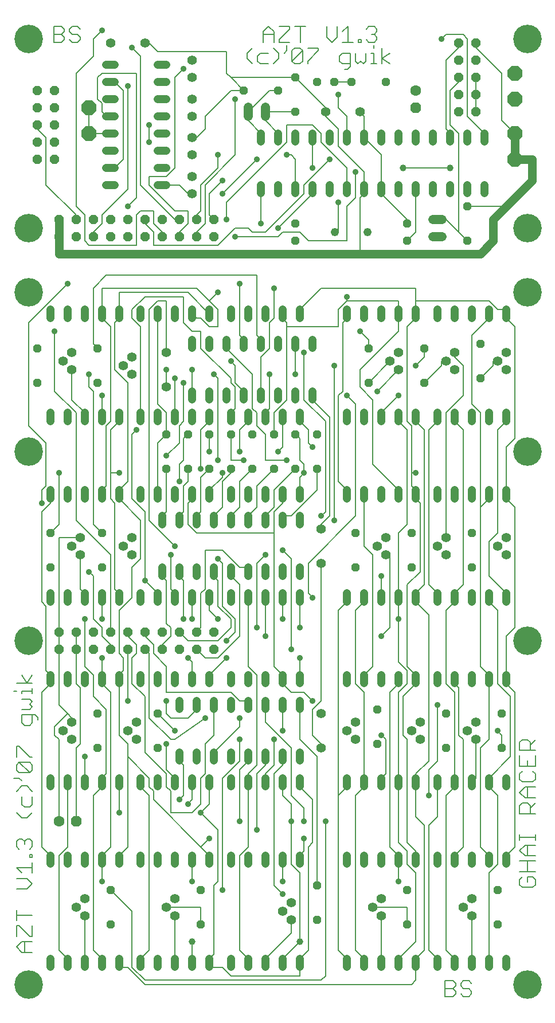
<source format=gbr>
G04 EAGLE Gerber RS-274X export*
G75*
%MOMM*%
%FSLAX34Y34*%
%LPD*%
%INTop Copper*%
%IPPOS*%
%AMOC8*
5,1,8,0,0,1.08239X$1,22.5*%
G01*
%ADD10C,0.203200*%
%ADD11C,1.219200*%
%ADD12P,1.319650X8X112.500000*%
%ADD13C,1.219200*%
%ADD14C,1.371600*%
%ADD15P,1.484606X8X292.500000*%
%ADD16P,2.336880X8X22.500000*%
%ADD17C,1.397000*%
%ADD18C,1.422400*%
%ADD19P,1.319650X8X22.500000*%
%ADD20P,1.319650X8X202.500000*%
%ADD21P,1.319650X8X292.500000*%
%ADD22P,1.732040X8X292.500000*%
%ADD23C,1.600200*%
%ADD24P,1.484606X8X22.500000*%
%ADD25P,1.732040X8X22.500000*%
%ADD26P,2.336880X8X112.500000*%
%ADD27C,0.914400*%
%ADD28C,1.006400*%
%ADD29C,4.216000*%
%ADD30C,1.270000*%


D10*
X633690Y7366D02*
X633690Y30754D01*
X645384Y30754D01*
X649282Y26856D01*
X649282Y22958D01*
X645384Y19060D01*
X649282Y15162D01*
X649282Y11264D01*
X645384Y7366D01*
X633690Y7366D01*
X633690Y19060D02*
X645384Y19060D01*
X668772Y30754D02*
X672670Y26856D01*
X668772Y30754D02*
X660976Y30754D01*
X657078Y26856D01*
X657078Y22958D01*
X660976Y19060D01*
X668772Y19060D01*
X672670Y15162D01*
X672670Y11264D01*
X668772Y7366D01*
X660976Y7366D01*
X657078Y11264D01*
X55840Y1417066D02*
X55840Y1440454D01*
X67534Y1440454D01*
X71432Y1436556D01*
X71432Y1432658D01*
X67534Y1428760D01*
X71432Y1424862D01*
X71432Y1420964D01*
X67534Y1417066D01*
X55840Y1417066D01*
X55840Y1428760D02*
X67534Y1428760D01*
X90922Y1440454D02*
X94820Y1436556D01*
X90922Y1440454D02*
X83126Y1440454D01*
X79228Y1436556D01*
X79228Y1432658D01*
X83126Y1428760D01*
X90922Y1428760D01*
X94820Y1424862D01*
X94820Y1420964D01*
X90922Y1417066D01*
X83126Y1417066D01*
X79228Y1420964D01*
X24384Y72880D02*
X8792Y72880D01*
X996Y80676D01*
X8792Y88472D01*
X24384Y88472D01*
X12690Y88472D02*
X12690Y72880D01*
X996Y96268D02*
X996Y111860D01*
X4894Y111860D01*
X20486Y96268D01*
X24384Y96268D01*
X24384Y111860D01*
X24384Y127452D02*
X996Y127452D01*
X996Y119656D02*
X996Y135248D01*
X996Y166432D02*
X16588Y166432D01*
X24384Y174228D01*
X16588Y182024D01*
X996Y182024D01*
X8792Y189820D02*
X996Y197616D01*
X24384Y197616D01*
X24384Y189820D02*
X24384Y205412D01*
X24384Y213208D02*
X20486Y213208D01*
X20486Y217106D01*
X24384Y217106D01*
X24384Y213208D01*
X4894Y224902D02*
X996Y228800D01*
X996Y236596D01*
X4894Y240494D01*
X8792Y240494D01*
X12690Y236596D01*
X12690Y232698D01*
X12690Y236596D02*
X16588Y240494D01*
X20486Y240494D01*
X24384Y236596D01*
X24384Y228800D01*
X20486Y224902D01*
X16588Y271678D02*
X24384Y279474D01*
X16588Y271678D02*
X8792Y271678D01*
X996Y279474D01*
X8792Y291168D02*
X8792Y302862D01*
X8792Y291168D02*
X12690Y287270D01*
X20486Y287270D01*
X24384Y291168D01*
X24384Y302862D01*
X24384Y310658D02*
X16588Y318454D01*
X8792Y318454D01*
X996Y310658D01*
X-2902Y330148D02*
X4894Y330148D01*
X8792Y326250D01*
X4894Y337944D02*
X20486Y337944D01*
X4894Y337944D02*
X996Y341842D01*
X996Y349638D01*
X4894Y353536D01*
X20486Y353536D01*
X24384Y349638D01*
X24384Y341842D01*
X20486Y337944D01*
X4894Y353536D01*
X996Y361332D02*
X996Y376924D01*
X4894Y376924D01*
X20486Y361332D01*
X24384Y361332D01*
X32180Y415904D02*
X32180Y419802D01*
X28282Y423700D01*
X8792Y423700D01*
X8792Y412006D01*
X12690Y408108D01*
X20486Y408108D01*
X24384Y412006D01*
X24384Y423700D01*
X20486Y431496D02*
X8792Y431496D01*
X20486Y431496D02*
X24384Y435394D01*
X20486Y439292D01*
X24384Y443190D01*
X20486Y447088D01*
X8792Y447088D01*
X8792Y454884D02*
X8792Y458782D01*
X24384Y458782D01*
X24384Y454884D02*
X24384Y462680D01*
X996Y458782D02*
X-2902Y458782D01*
X996Y470476D02*
X24384Y470476D01*
X16588Y470476D02*
X24384Y482170D01*
X16588Y470476D02*
X8792Y482170D01*
X365356Y1417066D02*
X365356Y1432658D01*
X373152Y1440454D01*
X380948Y1432658D01*
X380948Y1417066D01*
X380948Y1428760D02*
X365356Y1428760D01*
X388744Y1440454D02*
X404336Y1440454D01*
X404336Y1436556D01*
X388744Y1420964D01*
X388744Y1417066D01*
X404336Y1417066D01*
X419928Y1417066D02*
X419928Y1440454D01*
X412132Y1440454D02*
X427724Y1440454D01*
X458908Y1440454D02*
X458908Y1424862D01*
X466704Y1417066D01*
X474500Y1424862D01*
X474500Y1440454D01*
X482296Y1432658D02*
X490092Y1440454D01*
X490092Y1417066D01*
X482296Y1417066D02*
X497888Y1417066D01*
X505684Y1417066D02*
X505684Y1420964D01*
X509582Y1420964D01*
X509582Y1417066D01*
X505684Y1417066D01*
X517378Y1436556D02*
X521276Y1440454D01*
X529072Y1440454D01*
X532970Y1436556D01*
X532970Y1432658D01*
X529072Y1428760D01*
X525174Y1428760D01*
X529072Y1428760D02*
X532970Y1424862D01*
X532970Y1420964D01*
X529072Y1417066D01*
X521276Y1417066D01*
X517378Y1420964D01*
X349324Y1385316D02*
X341528Y1393112D01*
X341528Y1400908D01*
X349324Y1408704D01*
X361018Y1400908D02*
X372712Y1400908D01*
X361018Y1400908D02*
X357120Y1397010D01*
X357120Y1389214D01*
X361018Y1385316D01*
X372712Y1385316D01*
X380508Y1385316D02*
X388304Y1393112D01*
X388304Y1400908D01*
X380508Y1408704D01*
X399998Y1412602D02*
X399998Y1404806D01*
X396100Y1400908D01*
X407794Y1404806D02*
X407794Y1389214D01*
X407794Y1404806D02*
X411692Y1408704D01*
X419488Y1408704D01*
X423386Y1404806D01*
X423386Y1389214D01*
X419488Y1385316D01*
X411692Y1385316D01*
X407794Y1389214D01*
X423386Y1404806D01*
X431182Y1408704D02*
X446774Y1408704D01*
X446774Y1404806D01*
X431182Y1389214D01*
X431182Y1385316D01*
X485754Y1377520D02*
X489652Y1377520D01*
X493550Y1381418D01*
X493550Y1400908D01*
X481856Y1400908D01*
X477958Y1397010D01*
X477958Y1389214D01*
X481856Y1385316D01*
X493550Y1385316D01*
X501346Y1389214D02*
X501346Y1400908D01*
X501346Y1389214D02*
X505244Y1385316D01*
X509142Y1389214D01*
X513040Y1385316D01*
X516938Y1389214D01*
X516938Y1400908D01*
X524734Y1400908D02*
X528632Y1400908D01*
X528632Y1385316D01*
X524734Y1385316D02*
X532530Y1385316D01*
X528632Y1408704D02*
X528632Y1412602D01*
X540326Y1408704D02*
X540326Y1385316D01*
X540326Y1393112D02*
X552020Y1385316D01*
X540326Y1393112D02*
X552020Y1400908D01*
X747844Y184224D02*
X743946Y180326D01*
X743946Y172530D01*
X747844Y168632D01*
X763436Y168632D01*
X767334Y172530D01*
X767334Y180326D01*
X763436Y184224D01*
X755640Y184224D01*
X755640Y176428D01*
X767334Y192020D02*
X743946Y192020D01*
X755640Y192020D02*
X755640Y207612D01*
X743946Y207612D02*
X767334Y207612D01*
X767334Y215408D02*
X751742Y215408D01*
X743946Y223204D01*
X751742Y231000D01*
X767334Y231000D01*
X755640Y231000D02*
X755640Y215408D01*
X767334Y238796D02*
X767334Y246592D01*
X767334Y242694D02*
X743946Y242694D01*
X743946Y238796D02*
X743946Y246592D01*
X743946Y277776D02*
X767334Y277776D01*
X743946Y277776D02*
X743946Y289470D01*
X747844Y293368D01*
X755640Y293368D01*
X759538Y289470D01*
X759538Y277776D01*
X759538Y285572D02*
X767334Y293368D01*
X767334Y301164D02*
X751742Y301164D01*
X743946Y308960D01*
X751742Y316756D01*
X767334Y316756D01*
X755640Y316756D02*
X755640Y301164D01*
X743946Y336246D02*
X747844Y340144D01*
X743946Y336246D02*
X743946Y328450D01*
X747844Y324552D01*
X763436Y324552D01*
X767334Y328450D01*
X767334Y336246D01*
X763436Y340144D01*
X743946Y347940D02*
X743946Y363532D01*
X743946Y347940D02*
X767334Y347940D01*
X767334Y363532D01*
X755640Y355736D02*
X755640Y347940D01*
X767334Y371328D02*
X743946Y371328D01*
X743946Y383022D01*
X747844Y386920D01*
X755640Y386920D01*
X759538Y383022D01*
X759538Y371328D01*
X759538Y379124D02*
X767334Y386920D01*
D11*
X361950Y1194054D02*
X361950Y1206246D01*
X387350Y1206246D02*
X387350Y1194054D01*
X412750Y1194054D02*
X412750Y1206246D01*
X438150Y1206246D02*
X438150Y1194054D01*
X463550Y1194054D02*
X463550Y1206246D01*
X488950Y1206246D02*
X488950Y1194054D01*
X514350Y1194054D02*
X514350Y1206246D01*
X539750Y1206246D02*
X539750Y1194054D01*
X565150Y1194054D02*
X565150Y1206246D01*
X590550Y1206246D02*
X590550Y1194054D01*
X615950Y1194054D02*
X615950Y1206246D01*
X641350Y1206246D02*
X641350Y1194054D01*
X666750Y1194054D02*
X666750Y1206246D01*
X692150Y1206246D02*
X692150Y1194054D01*
X692150Y1270254D02*
X692150Y1282446D01*
X666750Y1282446D02*
X666750Y1270254D01*
X641350Y1270254D02*
X641350Y1282446D01*
X615950Y1282446D02*
X615950Y1270254D01*
X590550Y1270254D02*
X590550Y1282446D01*
X565150Y1282446D02*
X565150Y1270254D01*
X539750Y1270254D02*
X539750Y1282446D01*
X514350Y1282446D02*
X514350Y1270254D01*
X488950Y1270254D02*
X488950Y1282446D01*
X463550Y1282446D02*
X463550Y1270254D01*
X438150Y1270254D02*
X438150Y1282446D01*
X412750Y1282446D02*
X412750Y1270254D01*
X387350Y1270254D02*
X387350Y1282446D01*
X361950Y1282446D02*
X361950Y1270254D01*
D12*
X412750Y1123950D03*
X412750Y1149350D03*
X577850Y1123950D03*
X577850Y1149350D03*
D13*
X519430Y1136650D03*
X471170Y1136650D03*
D11*
X221996Y1206500D02*
X209804Y1206500D01*
X209804Y1231900D02*
X221996Y1231900D01*
X221996Y1358900D02*
X209804Y1358900D01*
X209804Y1384300D02*
X221996Y1384300D01*
X221996Y1257300D02*
X209804Y1257300D01*
X209804Y1282700D02*
X221996Y1282700D01*
X221996Y1333500D02*
X209804Y1333500D01*
X209804Y1308100D02*
X221996Y1308100D01*
X145796Y1384300D02*
X133604Y1384300D01*
X133604Y1358900D02*
X145796Y1358900D01*
X145796Y1333500D02*
X133604Y1333500D01*
X133604Y1308100D02*
X145796Y1308100D01*
X145796Y1282700D02*
X133604Y1282700D01*
X133604Y1257300D02*
X145796Y1257300D01*
X145796Y1231900D02*
X133604Y1231900D01*
X133604Y1206500D02*
X145796Y1206500D01*
D12*
X666750Y1123950D03*
X666750Y1174750D03*
D14*
X629158Y1155700D02*
X615442Y1155700D01*
X615442Y1130300D02*
X629158Y1130300D01*
D15*
X31750Y1346200D03*
X57150Y1346200D03*
X31750Y1320800D03*
X57150Y1320800D03*
X31750Y1295400D03*
X57150Y1295400D03*
X31750Y1270000D03*
X57150Y1270000D03*
X31750Y1244600D03*
X57150Y1244600D03*
D16*
X736600Y1244600D03*
X736600Y1333500D03*
D11*
X438150Y977646D02*
X438150Y965454D01*
X412750Y965454D02*
X412750Y977646D01*
X285750Y977646D02*
X285750Y965454D01*
X260350Y965454D02*
X260350Y977646D01*
X387350Y977646D02*
X387350Y965454D01*
X361950Y965454D02*
X361950Y977646D01*
X311150Y977646D02*
X311150Y965454D01*
X336550Y965454D02*
X336550Y977646D01*
X260350Y901446D02*
X260350Y889254D01*
X285750Y889254D02*
X285750Y901446D01*
X311150Y901446D02*
X311150Y889254D01*
X336550Y889254D02*
X336550Y901446D01*
X361950Y901446D02*
X361950Y889254D01*
X387350Y889254D02*
X387350Y901446D01*
X412750Y901446D02*
X412750Y889254D01*
X438150Y889254D02*
X438150Y901446D01*
X241300Y368046D02*
X241300Y355854D01*
X266700Y355854D02*
X266700Y368046D01*
X393700Y368046D02*
X393700Y355854D01*
X419100Y355854D02*
X419100Y368046D01*
X292100Y368046D02*
X292100Y355854D01*
X317500Y355854D02*
X317500Y368046D01*
X368300Y368046D02*
X368300Y355854D01*
X342900Y355854D02*
X342900Y368046D01*
X419100Y432054D02*
X419100Y444246D01*
X393700Y444246D02*
X393700Y432054D01*
X368300Y432054D02*
X368300Y444246D01*
X342900Y444246D02*
X342900Y432054D01*
X317500Y432054D02*
X317500Y444246D01*
X292100Y444246D02*
X292100Y432054D01*
X266700Y432054D02*
X266700Y444246D01*
X241300Y444246D02*
X241300Y432054D01*
X215900Y628904D02*
X215900Y641096D01*
X241300Y641096D02*
X241300Y628904D01*
X368300Y628904D02*
X368300Y641096D01*
X393700Y641096D02*
X393700Y628904D01*
X266700Y628904D02*
X266700Y641096D01*
X292100Y641096D02*
X292100Y628904D01*
X342900Y628904D02*
X342900Y641096D01*
X317500Y641096D02*
X317500Y628904D01*
X419100Y628904D02*
X419100Y641096D01*
X419100Y705104D02*
X419100Y717296D01*
X393700Y717296D02*
X393700Y705104D01*
X368300Y705104D02*
X368300Y717296D01*
X342900Y717296D02*
X342900Y705104D01*
X317500Y705104D02*
X317500Y717296D01*
X292100Y717296D02*
X292100Y705104D01*
X266700Y705104D02*
X266700Y717296D01*
X241300Y717296D02*
X241300Y705104D01*
X215900Y705104D02*
X215900Y717296D01*
D17*
X723900Y933450D03*
X711200Y946150D03*
X723900Y958850D03*
X171450Y927100D03*
X158750Y939800D03*
X171450Y952500D03*
X565150Y933450D03*
X552450Y946150D03*
X565150Y958850D03*
X596900Y387350D03*
X584200Y400050D03*
X596900Y412750D03*
X95250Y660400D03*
X82550Y673100D03*
X95250Y685800D03*
X546100Y660400D03*
X533400Y673100D03*
X546100Y685800D03*
X101600Y127000D03*
X88900Y139700D03*
X101600Y152400D03*
X539750Y127000D03*
X527050Y139700D03*
X539750Y152400D03*
X406400Y120650D03*
X393700Y133350D03*
X406400Y146050D03*
X234950Y127000D03*
X222250Y139700D03*
X234950Y152400D03*
X673100Y127000D03*
X660400Y139700D03*
X673100Y152400D03*
X171450Y660400D03*
X158750Y673100D03*
X171450Y685800D03*
X679450Y387350D03*
X666750Y400050D03*
X679450Y412750D03*
X82550Y387350D03*
X69850Y400050D03*
X82550Y412750D03*
X501650Y387350D03*
X488950Y400050D03*
X501650Y412750D03*
X647700Y933450D03*
X635000Y946150D03*
X647700Y958850D03*
X177800Y387350D03*
X165100Y400050D03*
X177800Y412750D03*
X635000Y660400D03*
X622300Y673100D03*
X635000Y685800D03*
X723900Y660400D03*
X711200Y673100D03*
X723900Y685800D03*
X82550Y933450D03*
X69850Y946150D03*
X82550Y958850D03*
D18*
X222250Y958850D03*
X222250Y908050D03*
X450850Y374650D03*
X450850Y425450D03*
X450850Y647700D03*
X450850Y698500D03*
X139700Y1416050D03*
X190500Y1416050D03*
D17*
X260350Y1193800D03*
X260350Y1219200D03*
X260350Y1308100D03*
X260350Y1333500D03*
X260350Y1250950D03*
X260350Y1276350D03*
X260350Y1390650D03*
X260350Y1365250D03*
D14*
X368300Y1321308D02*
X368300Y1307592D01*
X342900Y1307592D02*
X342900Y1321308D01*
D12*
X222250Y787400D03*
X222250Y838200D03*
X254000Y787400D03*
X254000Y838200D03*
X285750Y787400D03*
X285750Y838200D03*
X317500Y787400D03*
X317500Y838200D03*
X349250Y787400D03*
X349250Y838200D03*
X381000Y787400D03*
X381000Y838200D03*
X412750Y787400D03*
X412750Y838200D03*
X444500Y787400D03*
X444500Y838200D03*
D18*
X508000Y1314450D03*
X457200Y1314450D03*
D19*
X495300Y1358900D03*
X546100Y1358900D03*
D20*
X469900Y1358900D03*
X444500Y1358900D03*
D11*
X419100Y869696D02*
X419100Y857504D01*
X393700Y857504D02*
X393700Y869696D01*
X368300Y869696D02*
X368300Y857504D01*
X342900Y857504D02*
X342900Y869696D01*
X317500Y869696D02*
X317500Y857504D01*
X317500Y1009904D02*
X317500Y1022096D01*
X342900Y1022096D02*
X342900Y1009904D01*
X368300Y1009904D02*
X368300Y1022096D01*
X393700Y1022096D02*
X393700Y1009904D01*
X419100Y1009904D02*
X419100Y1022096D01*
X285750Y869696D02*
X285750Y857504D01*
X260350Y857504D02*
X260350Y869696D01*
X234950Y869696D02*
X234950Y857504D01*
X209550Y857504D02*
X209550Y869696D01*
X184150Y869696D02*
X184150Y857504D01*
X184150Y1009904D02*
X184150Y1022096D01*
X209550Y1022096D02*
X209550Y1009904D01*
X234950Y1009904D02*
X234950Y1022096D01*
X260350Y1022096D02*
X260350Y1009904D01*
X285750Y1009904D02*
X285750Y1022096D01*
X152400Y869696D02*
X152400Y857504D01*
X127000Y857504D02*
X127000Y869696D01*
X101600Y869696D02*
X101600Y857504D01*
X76200Y857504D02*
X76200Y869696D01*
X50800Y869696D02*
X50800Y857504D01*
X50800Y1009904D02*
X50800Y1022096D01*
X76200Y1022096D02*
X76200Y1009904D01*
X101600Y1009904D02*
X101600Y1022096D01*
X127000Y1022096D02*
X127000Y1009904D01*
X152400Y1009904D02*
X152400Y1022096D01*
X723900Y869696D02*
X723900Y857504D01*
X698500Y857504D02*
X698500Y869696D01*
X673100Y869696D02*
X673100Y857504D01*
X647700Y857504D02*
X647700Y869696D01*
X622300Y869696D02*
X622300Y857504D01*
X622300Y1009904D02*
X622300Y1022096D01*
X647700Y1022096D02*
X647700Y1009904D01*
X673100Y1009904D02*
X673100Y1022096D01*
X698500Y1022096D02*
X698500Y1009904D01*
X723900Y1009904D02*
X723900Y1022096D01*
X590550Y869696D02*
X590550Y857504D01*
X565150Y857504D02*
X565150Y869696D01*
X539750Y869696D02*
X539750Y857504D01*
X514350Y857504D02*
X514350Y869696D01*
X488950Y869696D02*
X488950Y857504D01*
X488950Y1009904D02*
X488950Y1022096D01*
X514350Y1022096D02*
X514350Y1009904D01*
X539750Y1009904D02*
X539750Y1022096D01*
X565150Y1022096D02*
X565150Y1009904D01*
X590550Y1009904D02*
X590550Y1022096D01*
X723900Y602996D02*
X723900Y590804D01*
X698500Y590804D02*
X698500Y602996D01*
X673100Y602996D02*
X673100Y590804D01*
X647700Y590804D02*
X647700Y602996D01*
X622300Y602996D02*
X622300Y590804D01*
X622300Y743204D02*
X622300Y755396D01*
X647700Y755396D02*
X647700Y743204D01*
X673100Y743204D02*
X673100Y755396D01*
X698500Y755396D02*
X698500Y743204D01*
X723900Y743204D02*
X723900Y755396D01*
X419100Y602996D02*
X419100Y590804D01*
X393700Y590804D02*
X393700Y602996D01*
X368300Y602996D02*
X368300Y590804D01*
X342900Y590804D02*
X342900Y602996D01*
X317500Y602996D02*
X317500Y590804D01*
X317500Y743204D02*
X317500Y755396D01*
X342900Y755396D02*
X342900Y743204D01*
X368300Y743204D02*
X368300Y755396D01*
X393700Y755396D02*
X393700Y743204D01*
X419100Y743204D02*
X419100Y755396D01*
X285750Y602996D02*
X285750Y590804D01*
X260350Y590804D02*
X260350Y602996D01*
X234950Y602996D02*
X234950Y590804D01*
X209550Y590804D02*
X209550Y602996D01*
X184150Y602996D02*
X184150Y590804D01*
X184150Y743204D02*
X184150Y755396D01*
X209550Y755396D02*
X209550Y743204D01*
X234950Y743204D02*
X234950Y755396D01*
X260350Y755396D02*
X260350Y743204D01*
X285750Y743204D02*
X285750Y755396D01*
X590550Y602996D02*
X590550Y590804D01*
X565150Y590804D02*
X565150Y602996D01*
X539750Y602996D02*
X539750Y590804D01*
X514350Y590804D02*
X514350Y602996D01*
X488950Y602996D02*
X488950Y590804D01*
X488950Y743204D02*
X488950Y755396D01*
X514350Y755396D02*
X514350Y743204D01*
X539750Y743204D02*
X539750Y755396D01*
X565150Y755396D02*
X565150Y743204D01*
X590550Y743204D02*
X590550Y755396D01*
X152400Y602996D02*
X152400Y590804D01*
X127000Y590804D02*
X127000Y602996D01*
X101600Y602996D02*
X101600Y590804D01*
X76200Y590804D02*
X76200Y602996D01*
X50800Y602996D02*
X50800Y590804D01*
X50800Y743204D02*
X50800Y755396D01*
X76200Y755396D02*
X76200Y743204D01*
X101600Y743204D02*
X101600Y755396D01*
X127000Y755396D02*
X127000Y743204D01*
X152400Y743204D02*
X152400Y755396D01*
X723900Y329946D02*
X723900Y317754D01*
X698500Y317754D02*
X698500Y329946D01*
X673100Y329946D02*
X673100Y317754D01*
X647700Y317754D02*
X647700Y329946D01*
X622300Y329946D02*
X622300Y317754D01*
X622300Y470154D02*
X622300Y482346D01*
X647700Y482346D02*
X647700Y470154D01*
X673100Y470154D02*
X673100Y482346D01*
X698500Y482346D02*
X698500Y470154D01*
X723900Y470154D02*
X723900Y482346D01*
X590550Y329946D02*
X590550Y317754D01*
X565150Y317754D02*
X565150Y329946D01*
X539750Y329946D02*
X539750Y317754D01*
X514350Y317754D02*
X514350Y329946D01*
X488950Y329946D02*
X488950Y317754D01*
X488950Y470154D02*
X488950Y482346D01*
X514350Y482346D02*
X514350Y470154D01*
X539750Y470154D02*
X539750Y482346D01*
X565150Y482346D02*
X565150Y470154D01*
X590550Y470154D02*
X590550Y482346D01*
X419100Y329946D02*
X419100Y317754D01*
X393700Y317754D02*
X393700Y329946D01*
X368300Y329946D02*
X368300Y317754D01*
X342900Y317754D02*
X342900Y329946D01*
X317500Y329946D02*
X317500Y317754D01*
X317500Y470154D02*
X317500Y482346D01*
X342900Y482346D02*
X342900Y470154D01*
X368300Y470154D02*
X368300Y482346D01*
X393700Y482346D02*
X393700Y470154D01*
X419100Y470154D02*
X419100Y482346D01*
X285750Y329946D02*
X285750Y317754D01*
X260350Y317754D02*
X260350Y329946D01*
X234950Y329946D02*
X234950Y317754D01*
X209550Y317754D02*
X209550Y329946D01*
X184150Y329946D02*
X184150Y317754D01*
X184150Y470154D02*
X184150Y482346D01*
X209550Y482346D02*
X209550Y470154D01*
X234950Y470154D02*
X234950Y482346D01*
X260350Y482346D02*
X260350Y470154D01*
X285750Y470154D02*
X285750Y482346D01*
X152400Y329946D02*
X152400Y317754D01*
X127000Y317754D02*
X127000Y329946D01*
X101600Y329946D02*
X101600Y317754D01*
X76200Y317754D02*
X76200Y329946D01*
X50800Y329946D02*
X50800Y317754D01*
X50800Y470154D02*
X50800Y482346D01*
X76200Y482346D02*
X76200Y470154D01*
X101600Y470154D02*
X101600Y482346D01*
X127000Y482346D02*
X127000Y470154D01*
X152400Y470154D02*
X152400Y482346D01*
X723900Y63246D02*
X723900Y51054D01*
X698500Y51054D02*
X698500Y63246D01*
X673100Y63246D02*
X673100Y51054D01*
X647700Y51054D02*
X647700Y63246D01*
X622300Y63246D02*
X622300Y51054D01*
X622300Y203454D02*
X622300Y215646D01*
X647700Y215646D02*
X647700Y203454D01*
X673100Y203454D02*
X673100Y215646D01*
X698500Y215646D02*
X698500Y203454D01*
X723900Y203454D02*
X723900Y215646D01*
X590550Y63246D02*
X590550Y51054D01*
X565150Y51054D02*
X565150Y63246D01*
X539750Y63246D02*
X539750Y51054D01*
X514350Y51054D02*
X514350Y63246D01*
X488950Y63246D02*
X488950Y51054D01*
X488950Y203454D02*
X488950Y215646D01*
X514350Y215646D02*
X514350Y203454D01*
X539750Y203454D02*
X539750Y215646D01*
X565150Y215646D02*
X565150Y203454D01*
X590550Y203454D02*
X590550Y215646D01*
X419100Y63246D02*
X419100Y51054D01*
X393700Y51054D02*
X393700Y63246D01*
X368300Y63246D02*
X368300Y51054D01*
X342900Y51054D02*
X342900Y63246D01*
X317500Y63246D02*
X317500Y51054D01*
X317500Y203454D02*
X317500Y215646D01*
X342900Y215646D02*
X342900Y203454D01*
X368300Y203454D02*
X368300Y215646D01*
X393700Y215646D02*
X393700Y203454D01*
X419100Y203454D02*
X419100Y215646D01*
X285750Y63246D02*
X285750Y51054D01*
X260350Y51054D02*
X260350Y63246D01*
X234950Y63246D02*
X234950Y51054D01*
X209550Y51054D02*
X209550Y63246D01*
X184150Y63246D02*
X184150Y51054D01*
X184150Y203454D02*
X184150Y215646D01*
X209550Y215646D02*
X209550Y203454D01*
X234950Y203454D02*
X234950Y215646D01*
X260350Y215646D02*
X260350Y203454D01*
X285750Y203454D02*
X285750Y215646D01*
X152400Y63246D02*
X152400Y51054D01*
X127000Y51054D02*
X127000Y63246D01*
X101600Y63246D02*
X101600Y51054D01*
X76200Y51054D02*
X76200Y63246D01*
X50800Y63246D02*
X50800Y51054D01*
X50800Y203454D02*
X50800Y215646D01*
X76200Y215646D02*
X76200Y203454D01*
X101600Y203454D02*
X101600Y215646D01*
X127000Y215646D02*
X127000Y203454D01*
X152400Y203454D02*
X152400Y215646D01*
D21*
X685800Y971550D03*
X685800Y920750D03*
X603250Y965200D03*
X603250Y914400D03*
X520700Y965200D03*
X520700Y914400D03*
X120650Y965200D03*
X120650Y914400D03*
X31750Y965200D03*
X31750Y914400D03*
X673100Y692150D03*
X673100Y641350D03*
X584200Y692150D03*
X584200Y641350D03*
X501650Y692150D03*
X501650Y641350D03*
X127000Y692150D03*
X127000Y641350D03*
X50800Y692150D03*
X50800Y641350D03*
X717550Y425450D03*
X717550Y374650D03*
X635000Y425450D03*
X635000Y374650D03*
X533400Y431800D03*
X533400Y381000D03*
X209550Y425450D03*
X209550Y374650D03*
X120650Y425450D03*
X120650Y374650D03*
X711200Y165100D03*
X711200Y114300D03*
X577850Y165100D03*
X577850Y114300D03*
X444500Y171450D03*
X444500Y120650D03*
X273050Y165100D03*
X273050Y114300D03*
X139700Y165100D03*
X139700Y114300D03*
D16*
X736600Y1282700D03*
X736600Y1371600D03*
D20*
X387350Y1346200D03*
X336550Y1346200D03*
D12*
X412750Y1314450D03*
X412750Y1365250D03*
D22*
X590550Y1320800D03*
D23*
X590550Y1346200D03*
D24*
X63500Y1130300D03*
X63500Y1155700D03*
X88900Y1130300D03*
X88900Y1155700D03*
X114300Y1130300D03*
X114300Y1155700D03*
X139700Y1130300D03*
X139700Y1155700D03*
X165100Y1130300D03*
X165100Y1155700D03*
X190500Y1130300D03*
X190500Y1155700D03*
X215900Y1130300D03*
X215900Y1155700D03*
X241300Y1130300D03*
X241300Y1155700D03*
X266700Y1130300D03*
X266700Y1155700D03*
X292100Y1130300D03*
X292100Y1155700D03*
X63500Y520700D03*
X63500Y546100D03*
X88900Y520700D03*
X88900Y546100D03*
X114300Y520700D03*
X114300Y546100D03*
X139700Y520700D03*
X139700Y546100D03*
X165100Y520700D03*
X165100Y546100D03*
X190500Y520700D03*
X190500Y546100D03*
X215900Y520700D03*
X215900Y546100D03*
X241300Y520700D03*
X241300Y546100D03*
X266700Y520700D03*
X266700Y546100D03*
X292100Y520700D03*
X292100Y546100D03*
D25*
X88900Y266700D03*
D23*
X63500Y266700D03*
D26*
X107950Y1282700D03*
X107950Y1320800D03*
D15*
X654050Y1416050D03*
X679450Y1416050D03*
X654050Y1390650D03*
X679450Y1390650D03*
X654050Y1365250D03*
X679450Y1365250D03*
X654050Y1339850D03*
X679450Y1339850D03*
X654050Y1314450D03*
X679450Y1314450D03*
D10*
X361950Y1200150D02*
X361950Y1149350D01*
X635000Y1155700D02*
X654050Y1136650D01*
X666750Y1123950D01*
X635000Y1155700D02*
X622300Y1155700D01*
X641350Y1346200D02*
X654050Y1358900D01*
X641350Y1346200D02*
X641350Y1295400D01*
X654050Y1282700D01*
X654050Y1136650D01*
X654050Y1358900D02*
X654050Y1365250D01*
D27*
X361950Y1149350D03*
D10*
X577850Y1123950D02*
X590550Y1136650D01*
X590550Y1200150D01*
X476250Y1181100D02*
X476250Y1136650D01*
X471170Y1136650D01*
D27*
X476250Y1181100D03*
D10*
X387350Y1282700D02*
X368300Y1301750D01*
X387350Y1282700D02*
X387350Y1276350D01*
X368300Y1301750D02*
X368300Y1314450D01*
X412750Y1314450D01*
X361950Y1282700D02*
X342900Y1301750D01*
X361950Y1282700D02*
X361950Y1276350D01*
X342900Y1301750D02*
X342900Y1314450D01*
X374650Y1346200D02*
X387350Y1346200D01*
X374650Y1346200D02*
X342900Y1314450D01*
X241300Y1206500D02*
X254000Y1193800D01*
X260350Y1193800D01*
X241300Y1206500D02*
X215900Y1206500D01*
X139700Y1282700D02*
X107950Y1282700D01*
X107950Y1320800D01*
X196850Y1295400D02*
X196850Y1270000D01*
X400050Y1250950D02*
X406400Y1250950D01*
X412750Y1244600D01*
X412750Y1200150D01*
D27*
X196850Y1295400D03*
X196850Y1270000D03*
X400050Y1250950D03*
D10*
X133350Y1308100D02*
X127000Y1314450D01*
X127000Y1327150D01*
X120650Y1333500D01*
X120650Y1365250D01*
X127000Y1371600D01*
X177800Y1371600D01*
X177800Y1187450D01*
X165100Y1174750D01*
X139700Y1308100D02*
X133350Y1308100D01*
D27*
X165100Y1174750D03*
D10*
X114300Y1422400D02*
X127000Y1435100D01*
X114300Y1422400D02*
X114300Y1397000D01*
X88900Y1371600D01*
X88900Y1174750D01*
X101600Y1162050D01*
X101600Y1123950D01*
X107950Y1117600D01*
X177800Y1117600D01*
X177800Y1162050D01*
X184150Y1168400D01*
X203200Y1168400D01*
X203200Y1149350D01*
X215900Y1136650D01*
X215900Y1130300D01*
D27*
X127000Y1435100D03*
D10*
X666750Y1308100D02*
X692150Y1282700D01*
X628650Y1422400D02*
X635000Y1428750D01*
X660400Y1428750D01*
X666750Y1422400D01*
X666750Y1308100D01*
X692150Y1282700D02*
X692150Y1276350D01*
D27*
X628650Y1422400D03*
D10*
X247650Y1377950D02*
X234950Y1365250D01*
X234950Y1231900D01*
X222250Y1219200D01*
X196850Y1219200D01*
X196850Y1206500D01*
X234950Y1168400D01*
X254000Y1168400D01*
X254000Y1149350D01*
X241300Y1136650D01*
X241300Y1130300D01*
D27*
X247650Y1377950D03*
D10*
X635000Y1289050D02*
X641350Y1282700D01*
X635000Y1289050D02*
X635000Y1390650D01*
X654050Y1409700D01*
X641350Y1282700D02*
X641350Y1276350D01*
X654050Y1409700D02*
X654050Y1416050D01*
X234950Y1155700D02*
X184150Y1206500D01*
X184150Y1397000D01*
X171450Y1409700D01*
X234950Y1155700D02*
X241300Y1155700D01*
D27*
X171450Y1409700D03*
D10*
X279400Y1149350D02*
X266700Y1136650D01*
X279400Y1149350D02*
X279400Y1206500D01*
X323850Y1250950D01*
X323850Y1333500D01*
X266700Y1136650D02*
X266700Y1130300D01*
D27*
X323850Y1333500D03*
D10*
X273050Y1168400D02*
X266700Y1162050D01*
X273050Y1168400D02*
X273050Y1206500D01*
X298450Y1231900D01*
X298450Y1250950D01*
X266700Y1162050D02*
X266700Y1155700D01*
D27*
X298450Y1250950D03*
D10*
X488950Y1174750D02*
X501650Y1187450D01*
X501650Y1225550D01*
X488950Y1174750D02*
X488950Y1123950D01*
X431800Y1123950D01*
X419100Y1136650D01*
X393700Y1136650D01*
X387350Y1130300D01*
X323850Y1130300D01*
D27*
X501650Y1225550D03*
X323850Y1130300D03*
D10*
X571500Y1231900D02*
X641350Y1231900D01*
X304800Y1212850D02*
X285750Y1193800D01*
X285750Y1162050D01*
X292100Y1155700D01*
D27*
X304800Y1212850D03*
D28*
X571500Y1231900D03*
X641350Y1231900D03*
D10*
X488950Y1308100D02*
X476250Y1320800D01*
X476250Y1339850D01*
X165100Y1352550D02*
X165100Y1200150D01*
X127000Y1162050D01*
X127000Y1149350D01*
X114300Y1136650D01*
X488950Y1276350D02*
X488950Y1308100D01*
X114300Y1136650D02*
X114300Y1130300D01*
D27*
X476250Y1339850D03*
X165100Y1352550D03*
D10*
X438150Y1276350D02*
X438150Y1231900D01*
D27*
X438150Y1231900D03*
D10*
X355600Y1244600D02*
X304800Y1193800D01*
D27*
X355600Y1244600D03*
X304800Y1193800D03*
D10*
X387350Y1143000D02*
X438150Y1193800D01*
X438150Y1200150D01*
D27*
X387350Y1143000D03*
D10*
X488950Y1231900D02*
X450850Y1270000D01*
X450850Y1282700D01*
X438150Y1295400D01*
X400050Y1295400D01*
X400050Y1270000D01*
X311150Y1181100D01*
X311150Y1155700D01*
X488950Y1200150D02*
X488950Y1231900D01*
D27*
X311150Y1155700D03*
D10*
X425450Y1206500D02*
X463550Y1244600D01*
X425450Y1206500D02*
X425450Y1193800D01*
X368300Y1136650D01*
X342900Y1143000D02*
X336550Y1143000D01*
X342900Y1143000D02*
X349250Y1136650D01*
X368300Y1136650D01*
X336550Y1143000D02*
X323850Y1143000D01*
X298450Y1117600D01*
X203200Y1117600D01*
X203200Y1136650D01*
X190500Y1149350D01*
X190500Y1155700D01*
D27*
X463550Y1244600D03*
D10*
X565150Y895350D02*
X539750Y869950D01*
X539750Y863600D01*
D27*
X565150Y895350D03*
D10*
X374650Y876300D02*
X368300Y869950D01*
X374650Y876300D02*
X374650Y927100D01*
X533400Y901700D02*
X565150Y933450D01*
X368300Y869950D02*
X368300Y863600D01*
D27*
X374650Y927100D03*
X533400Y901700D03*
D10*
X234950Y920750D02*
X234950Y863600D01*
D27*
X234950Y920750D03*
D10*
X101600Y869950D02*
X82550Y889000D01*
X101600Y869950D02*
X101600Y863600D01*
X82550Y889000D02*
X82550Y933450D01*
X539750Y628650D02*
X539750Y596900D01*
D27*
X539750Y628650D03*
D10*
X552450Y552450D02*
X539750Y539750D01*
X552450Y552450D02*
X552450Y660400D01*
X368300Y596900D02*
X368300Y539750D01*
X546100Y660400D02*
X552450Y660400D01*
D27*
X368300Y539750D03*
X539750Y539750D03*
D10*
X234950Y603250D02*
X228600Y609600D01*
X228600Y660400D01*
X234950Y603250D02*
X234950Y596900D01*
D27*
X228600Y660400D03*
D10*
X101600Y603250D02*
X95250Y609600D01*
X101600Y603250D02*
X101600Y596900D01*
X95250Y609600D02*
X95250Y660400D01*
X673100Y323850D02*
X679450Y330200D01*
X679450Y387350D01*
X546100Y336550D02*
X539750Y330200D01*
X546100Y336550D02*
X546100Y387350D01*
X539750Y393700D01*
X539750Y330200D02*
X539750Y323850D01*
D27*
X539750Y393700D03*
D10*
X381000Y349250D02*
X368300Y336550D01*
X381000Y349250D02*
X381000Y387350D01*
X368300Y336550D02*
X368300Y323850D01*
D27*
X381000Y387350D03*
D10*
X234950Y330200D02*
X222250Y342900D01*
X222250Y381000D01*
X234950Y330200D02*
X234950Y323850D01*
D27*
X222250Y381000D03*
D10*
X101600Y361950D02*
X101600Y323850D01*
D27*
X101600Y361950D03*
D10*
X673100Y127000D02*
X673100Y57150D01*
X539750Y57150D02*
X539750Y127000D01*
X406400Y101600D02*
X368300Y63500D01*
X368300Y57150D01*
X406400Y101600D02*
X406400Y120650D01*
X234950Y127000D02*
X234950Y57150D01*
X101600Y57150D02*
X101600Y127000D01*
X146050Y1231900D02*
X158750Y1244600D01*
X158750Y1346200D01*
X146050Y1358900D01*
X146050Y1231900D02*
X139700Y1231900D01*
X139700Y1358900D02*
X146050Y1358900D01*
X508000Y1314450D02*
X514350Y1308100D01*
X514350Y1276350D01*
X679450Y1314450D02*
X679450Y1339850D01*
X679450Y1365250D01*
X539750Y1193800D02*
X577850Y1155700D01*
X577850Y1149350D01*
X539750Y1193800D02*
X539750Y1200150D01*
X539750Y1250950D02*
X514350Y1276350D01*
X539750Y1250950D02*
X539750Y1200150D01*
X44450Y1276350D02*
X31750Y1289050D01*
X44450Y1276350D02*
X44450Y1206500D01*
X88900Y1162050D01*
X31750Y1289050D02*
X31750Y1295400D01*
X88900Y1162050D02*
X88900Y1155700D01*
X438150Y889000D02*
X463550Y863600D01*
X463550Y717550D01*
X450850Y704850D01*
X438150Y889000D02*
X438150Y895350D01*
X450850Y704850D02*
X450850Y698500D01*
X222250Y908050D02*
X222250Y933450D01*
X647700Y952500D02*
X660400Y939800D01*
X660400Y895350D01*
X635000Y869950D01*
X647700Y952500D02*
X647700Y958850D01*
X635000Y869950D02*
X635000Y685800D01*
X63500Y546100D02*
X63500Y520700D01*
X76200Y425450D02*
X82550Y419100D01*
X76200Y425450D02*
X63500Y438150D01*
X63500Y520700D01*
X82550Y419100D02*
X82550Y412750D01*
X95250Y685800D02*
X63500Y685800D01*
X63500Y546100D01*
X57150Y393700D02*
X63500Y387350D01*
X57150Y393700D02*
X57150Y406400D01*
X76200Y425450D01*
X63500Y387350D02*
X63500Y266700D01*
D27*
X222250Y933450D03*
D10*
X660400Y228600D02*
X647700Y215900D01*
X660400Y228600D02*
X660400Y387350D01*
X654050Y393700D01*
X654050Y463550D01*
X647700Y469900D01*
X647700Y215900D02*
X647700Y209550D01*
X647700Y469900D02*
X647700Y476250D01*
X222250Y838200D02*
X209550Y825500D01*
X209550Y749300D01*
X222250Y869950D02*
X209550Y882650D01*
X222250Y869950D02*
X222250Y838200D01*
X209550Y882650D02*
X209550Y1016000D01*
X527050Y495300D02*
X514350Y482600D01*
X527050Y495300D02*
X527050Y660400D01*
X514350Y673100D01*
X514350Y482600D02*
X514350Y476250D01*
X514350Y673100D02*
X514350Y749300D01*
X38100Y228600D02*
X50800Y215900D01*
X38100Y228600D02*
X38100Y457200D01*
X50800Y469900D01*
X50800Y215900D02*
X50800Y209550D01*
X50800Y469900D02*
X50800Y476250D01*
X247650Y831850D02*
X254000Y838200D01*
X247650Y831850D02*
X247650Y800100D01*
X241300Y793750D01*
X241300Y768350D01*
X482600Y1003300D02*
X488950Y1009650D01*
X482600Y1003300D02*
X482600Y901700D01*
X476250Y895350D01*
X476250Y768350D01*
X488950Y755650D01*
X488950Y1009650D02*
X488950Y1016000D01*
X488950Y755650D02*
X488950Y749300D01*
X50800Y482600D02*
X44450Y488950D01*
X44450Y584200D01*
X38100Y590550D01*
X38100Y723900D01*
X50800Y736600D01*
X50800Y482600D02*
X50800Y476250D01*
X50800Y736600D02*
X50800Y749300D01*
D27*
X241300Y768350D03*
D10*
X342900Y228600D02*
X330200Y215900D01*
X330200Y76200D01*
X342900Y63500D01*
X342900Y228600D02*
X342900Y323850D01*
X342900Y63500D02*
X342900Y57150D01*
X355600Y482600D02*
X342900Y495300D01*
X355600Y482600D02*
X355600Y349250D01*
X342900Y336550D01*
X342900Y495300D02*
X342900Y596900D01*
X342900Y336550D02*
X342900Y323850D01*
X501650Y304800D02*
X514350Y317500D01*
X501650Y304800D02*
X501650Y76200D01*
X514350Y63500D01*
X514350Y317500D02*
X514350Y323850D01*
X514350Y63500D02*
X514350Y57150D01*
X76200Y228600D02*
X63500Y215900D01*
X63500Y76200D01*
X76200Y63500D01*
X76200Y228600D02*
X76200Y323850D01*
X76200Y63500D02*
X76200Y57150D01*
X209550Y603250D02*
X190500Y622300D01*
X209550Y603250D02*
X209550Y596900D01*
X285750Y812800D02*
X285750Y838200D01*
X330200Y844550D02*
X342900Y857250D01*
X330200Y844550D02*
X330200Y812800D01*
X342900Y857250D02*
X342900Y863600D01*
X190500Y723900D02*
X190500Y622300D01*
X190500Y723900D02*
X171450Y742950D01*
X171450Y838200D01*
X177800Y844550D01*
X635000Y76200D02*
X647700Y63500D01*
X635000Y76200D02*
X635000Y304800D01*
X647700Y317500D01*
X647700Y63500D02*
X647700Y57150D01*
X647700Y317500D02*
X647700Y323850D01*
X647700Y603250D02*
X660400Y615950D01*
X660400Y844550D01*
X647700Y857250D01*
X647700Y603250D02*
X647700Y596900D01*
X647700Y857250D02*
X647700Y863600D01*
X635000Y469900D02*
X647700Y457200D01*
X635000Y469900D02*
X635000Y577850D01*
X647700Y590550D01*
X647700Y457200D02*
X647700Y323850D01*
X647700Y590550D02*
X647700Y596900D01*
X514350Y457200D02*
X501650Y469900D01*
X501650Y577850D01*
X514350Y590550D01*
X514350Y457200D02*
X514350Y323850D01*
X514350Y590550D02*
X514350Y596900D01*
D27*
X190500Y622300D03*
X285750Y812800D03*
X330200Y812800D03*
X177800Y844550D03*
D10*
X565150Y457200D02*
X577850Y469900D01*
X577850Y488950D01*
X565150Y501650D01*
X565150Y565150D01*
X565150Y457200D02*
X565150Y323850D01*
X565150Y565150D02*
X565150Y596900D01*
X577850Y844550D02*
X565150Y857250D01*
X577850Y844550D02*
X577850Y704850D01*
X565150Y692150D01*
X565150Y857250D02*
X565150Y863600D01*
X565150Y692150D02*
X565150Y596900D01*
X590550Y88900D02*
X565150Y63500D01*
X590550Y88900D02*
X590550Y190500D01*
X577850Y203200D01*
X577850Y222250D01*
X565150Y234950D01*
X565150Y63500D02*
X565150Y57150D01*
X565150Y234950D02*
X565150Y323850D01*
X419100Y190500D02*
X419100Y88900D01*
X419100Y190500D02*
X406400Y203200D01*
X406400Y266700D02*
X406400Y292100D01*
X406400Y266700D02*
X406400Y203200D01*
X406400Y292100D02*
X393700Y304800D01*
X393700Y323850D01*
X260350Y298450D02*
X254000Y292100D01*
X260350Y298450D02*
X260350Y323850D01*
X698500Y190500D02*
X711200Y203200D01*
X711200Y304800D01*
X698500Y317500D01*
X698500Y190500D02*
X698500Y57150D01*
X698500Y317500D02*
X698500Y323850D01*
X127000Y63500D02*
X114300Y76200D01*
X114300Y304800D01*
X127000Y317500D01*
X127000Y63500D02*
X127000Y57150D01*
X127000Y317500D02*
X127000Y323850D01*
X101600Y495300D02*
X101600Y565150D01*
X101600Y495300D02*
X114300Y482600D01*
X114300Y450850D01*
X133350Y431800D01*
X133350Y336550D01*
X127000Y330200D01*
X127000Y323850D01*
X260350Y565150D02*
X260350Y596900D01*
X393700Y596900D02*
X393700Y565150D01*
X127000Y863600D02*
X127000Y895350D01*
X387350Y812800D02*
X393700Y819150D01*
X393700Y863600D01*
X336550Y800100D02*
X317500Y800100D01*
X317500Y838200D01*
X127000Y596900D02*
X127000Y565150D01*
X698500Y330200D02*
X730250Y361950D01*
X730250Y450850D01*
X711200Y469900D01*
X711200Y577850D01*
X698500Y590550D01*
X698500Y330200D02*
X698500Y323850D01*
X698500Y590550D02*
X698500Y596900D01*
X393700Y63500D02*
X393700Y57150D01*
X393700Y63500D02*
X419100Y88900D01*
X260350Y88900D02*
X260350Y57150D01*
D27*
X254000Y292100D03*
X406400Y266700D03*
X101600Y565150D03*
X260350Y565150D03*
X393700Y565150D03*
X127000Y895350D03*
X387350Y812800D03*
X336550Y800100D03*
X127000Y565150D03*
X565150Y565150D03*
D28*
X419100Y88900D03*
X260350Y88900D03*
D10*
X152400Y603250D02*
X146050Y609600D01*
X146050Y736600D01*
X139700Y742950D01*
X139700Y781050D02*
X139700Y844550D01*
X139700Y781050D02*
X139700Y742950D01*
X139700Y844550D02*
X152400Y857250D01*
X152400Y603250D02*
X152400Y596900D01*
X152400Y857250D02*
X152400Y863600D01*
X285750Y577850D02*
X298450Y565150D01*
X285750Y577850D02*
X285750Y596900D01*
X419100Y596900D02*
X419100Y552450D01*
X711200Y844550D02*
X723900Y857250D01*
X711200Y844550D02*
X711200Y692150D01*
X698500Y679450D01*
X698500Y628650D01*
X723900Y603250D01*
X723900Y857250D02*
X723900Y863600D01*
X723900Y603250D02*
X723900Y596900D01*
X431800Y844550D02*
X419100Y857250D01*
X431800Y825500D02*
X438150Y819150D01*
X431800Y825500D02*
X431800Y844550D01*
X419100Y857250D02*
X419100Y863600D01*
X152400Y781050D02*
X139700Y781050D01*
X273050Y787400D02*
X273050Y844550D01*
X285750Y857250D01*
X285750Y863600D01*
X285750Y50800D02*
X304800Y50800D01*
X317500Y38100D01*
X419100Y38100D01*
X285750Y50800D02*
X285750Y57150D01*
X419100Y57150D02*
X419100Y38100D01*
X273050Y279400D02*
X285750Y292100D01*
X152400Y279400D02*
X152400Y323850D01*
X285750Y323850D02*
X285750Y292100D01*
X292100Y69850D02*
X285750Y63500D01*
X292100Y69850D02*
X292100Y171450D01*
X298450Y177800D01*
X298450Y254000D01*
X273050Y279400D01*
X285750Y63500D02*
X285750Y57150D01*
X165100Y50800D02*
X152400Y50800D01*
X165100Y50800D02*
X190500Y25400D01*
X584200Y25400D01*
X152400Y50800D02*
X152400Y57150D01*
X584200Y25400D02*
X590550Y31750D01*
X590550Y57150D01*
X590550Y603250D02*
X603250Y615950D01*
X603250Y844550D01*
X590550Y857250D01*
X590550Y603250D02*
X590550Y596900D01*
X590550Y857250D02*
X590550Y863600D01*
X590550Y590550D02*
X609600Y571500D01*
X609600Y355600D01*
X590550Y336550D01*
X590550Y590550D02*
X590550Y596900D01*
X590550Y336550D02*
X590550Y323850D01*
X603250Y76200D02*
X590550Y63500D01*
X603250Y76200D02*
X603250Y260350D01*
X590550Y273050D01*
X590550Y63500D02*
X590550Y57150D01*
X590550Y273050D02*
X590550Y323850D01*
X431800Y76200D02*
X419100Y63500D01*
X431800Y76200D02*
X431800Y228600D01*
X438150Y234950D01*
X438150Y298450D01*
X419100Y317500D01*
X419100Y63500D02*
X419100Y57150D01*
X419100Y317500D02*
X419100Y323850D01*
D27*
X298450Y565150D03*
X419100Y552450D03*
X438150Y819150D03*
X152400Y781050D03*
X273050Y787400D03*
X152400Y279400D03*
X273050Y279400D03*
D10*
X139700Y228600D02*
X127000Y215900D01*
X139700Y228600D02*
X139700Y457200D01*
X127000Y469900D01*
X127000Y215900D02*
X127000Y209550D01*
X127000Y469900D02*
X127000Y476250D01*
X254000Y508000D02*
X260350Y501650D01*
X260350Y476250D01*
X127000Y476250D02*
X127000Y508000D01*
X552450Y228600D02*
X565150Y215900D01*
X552450Y228600D02*
X552450Y457200D01*
X565150Y469900D01*
X565150Y215900D02*
X565150Y209550D01*
X565150Y469900D02*
X565150Y476250D01*
X260350Y209550D02*
X260350Y177800D01*
X393700Y177800D02*
X393700Y209550D01*
X565150Y209550D02*
X565150Y177800D01*
X127000Y177800D02*
X127000Y209550D01*
X381000Y838200D02*
X381000Y869950D01*
X400050Y889000D01*
X400050Y996950D02*
X400050Y1003300D01*
X400050Y996950D02*
X400050Y889000D01*
X400050Y1003300D02*
X393700Y1009650D01*
X393700Y1016000D01*
X527050Y793750D02*
X565150Y755650D01*
X527050Y793750D02*
X527050Y889000D01*
X508000Y908050D01*
X508000Y933450D01*
X565150Y990600D01*
X565150Y755650D02*
X565150Y749300D01*
X565150Y990600D02*
X565150Y1016000D01*
X476250Y996950D02*
X400050Y996950D01*
X476250Y996950D02*
X476250Y1022350D01*
X488950Y1035050D01*
X565150Y1035050D01*
X565150Y1016000D01*
X133350Y762000D02*
X127000Y755650D01*
X133350Y762000D02*
X133350Y850900D01*
X139700Y857250D01*
X139700Y996950D01*
X127000Y1009650D01*
X127000Y755650D02*
X127000Y749300D01*
X127000Y1009650D02*
X127000Y1016000D01*
X266700Y1009650D02*
X273050Y1009650D01*
X285750Y996950D01*
X298450Y996950D01*
X298450Y1022350D01*
X285750Y1035050D02*
X266700Y1054100D01*
X285750Y1035050D02*
X298450Y1022350D01*
X266700Y1054100D02*
X127000Y1054100D01*
X260350Y1016000D02*
X266700Y1009650D01*
X127000Y1016000D02*
X127000Y1054100D01*
X381000Y495300D02*
X393700Y482600D01*
X381000Y692150D02*
X381000Y723900D01*
X381000Y692150D02*
X381000Y495300D01*
X381000Y723900D02*
X393700Y736600D01*
X393700Y482600D02*
X393700Y476250D01*
X393700Y736600D02*
X393700Y749300D01*
X260350Y742950D02*
X254000Y736600D01*
X254000Y704850D01*
X266700Y692150D01*
X381000Y692150D01*
X260350Y742950D02*
X260350Y749300D01*
X685800Y495300D02*
X698500Y482600D01*
X685800Y495300D02*
X685800Y730250D01*
X698500Y742950D01*
X698500Y482600D02*
X698500Y476250D01*
X698500Y742950D02*
X698500Y749300D01*
X673100Y984250D02*
X698500Y1009650D01*
X673100Y984250D02*
X673100Y882650D01*
X685800Y869950D01*
X685800Y730250D01*
X698500Y1009650D02*
X698500Y1016000D01*
X425450Y457200D02*
X438150Y444500D01*
X425450Y457200D02*
X406400Y457200D01*
X393700Y469900D01*
X393700Y476250D01*
X285750Y1035050D02*
X298450Y1047750D01*
X488950Y1041400D02*
X488950Y1035050D01*
X685800Y228600D02*
X698500Y215900D01*
X685800Y228600D02*
X685800Y374650D01*
X698500Y387350D01*
X698500Y215900D02*
X698500Y209550D01*
X698500Y387350D02*
X698500Y476250D01*
D27*
X254000Y508000D03*
X127000Y508000D03*
X260350Y177800D03*
X393700Y177800D03*
X565150Y177800D03*
X127000Y177800D03*
X438150Y444500D03*
X298450Y1047750D03*
X488950Y1041400D03*
D10*
X577850Y234950D02*
X590550Y222250D01*
X577850Y234950D02*
X577850Y387350D01*
X571500Y393700D01*
X571500Y450850D01*
X590550Y469900D01*
X590550Y222250D02*
X590550Y209550D01*
X590550Y469900D02*
X590550Y476250D01*
X304800Y774700D02*
X285750Y755650D01*
X304800Y774700D02*
X304800Y781050D01*
X419100Y774700D02*
X425450Y781050D01*
X285750Y755650D02*
X285750Y749300D01*
X419100Y749300D02*
X419100Y774700D01*
X419100Y831850D02*
X412750Y838200D01*
X419100Y831850D02*
X419100Y800100D01*
X425450Y793750D01*
X425450Y781050D01*
X584200Y762000D02*
X590550Y755650D01*
X584200Y781050D02*
X584200Y850900D01*
X584200Y781050D02*
X584200Y762000D01*
X584200Y850900D02*
X577850Y857250D01*
X577850Y996950D01*
X590550Y1009650D01*
X590550Y755650D02*
X590550Y749300D01*
X590550Y1009650D02*
X590550Y1016000D01*
X450850Y1054100D02*
X419100Y1022350D01*
X450850Y1054100D02*
X590550Y1054100D01*
X590550Y1035050D01*
X419100Y1022350D02*
X419100Y1016000D01*
X590550Y1016000D02*
X590550Y1035050D01*
X711200Y1022350D02*
X723900Y1022350D01*
X711200Y1022350D02*
X698500Y1035050D01*
X590550Y1035050D01*
X723900Y1022350D02*
X723900Y1016000D01*
X590550Y781050D02*
X584200Y781050D01*
X577850Y495300D02*
X590550Y482600D01*
X577850Y495300D02*
X577850Y615950D01*
X596900Y635000D01*
X596900Y736600D01*
X590550Y742950D01*
X590550Y482600D02*
X590550Y476250D01*
X590550Y742950D02*
X590550Y749300D01*
X165100Y228600D02*
X152400Y215900D01*
X165100Y361950D02*
X165100Y381000D01*
X165100Y361950D02*
X165100Y228600D01*
X165100Y381000D02*
X152400Y393700D01*
X152400Y215900D02*
X152400Y209550D01*
X152400Y393700D02*
X152400Y476250D01*
X203200Y298450D02*
X273050Y228600D01*
X285750Y215900D01*
X203200Y298450D02*
X203200Y311150D01*
X196850Y317500D01*
X196850Y330200D01*
X165100Y361950D01*
X285750Y215900D02*
X285750Y209550D01*
X152400Y755650D02*
X165100Y768350D01*
X165100Y914400D01*
X146050Y933450D01*
X146050Y1003300D01*
X152400Y1009650D01*
X152400Y755650D02*
X152400Y749300D01*
X152400Y1009650D02*
X152400Y1016000D01*
X152400Y1047750D02*
X254000Y1047750D01*
X285750Y1016000D01*
X152400Y1016000D02*
X152400Y1047750D01*
X158750Y488950D02*
X152400Y482600D01*
X158750Y488950D02*
X158750Y508000D01*
X152400Y514350D01*
X152400Y577850D01*
X171450Y596900D01*
X171450Y641350D01*
X184150Y654050D01*
X184150Y711200D01*
X152400Y742950D01*
X152400Y482600D02*
X152400Y476250D01*
X152400Y742950D02*
X152400Y749300D01*
X425450Y222250D02*
X419100Y215900D01*
X425450Y222250D02*
X425450Y241300D01*
X419100Y215900D02*
X419100Y209550D01*
X285750Y482600D02*
X311150Y508000D01*
X285750Y482600D02*
X285750Y476250D01*
X419100Y476250D02*
X419100Y508000D01*
X723900Y742950D02*
X736600Y730250D01*
X736600Y552450D01*
X723900Y539750D01*
X723900Y742950D02*
X723900Y749300D01*
X723900Y539750D02*
X723900Y476250D01*
X736600Y228600D02*
X723900Y215900D01*
X736600Y228600D02*
X736600Y457200D01*
X723900Y469900D01*
X723900Y215900D02*
X723900Y209550D01*
X723900Y469900D02*
X723900Y476250D01*
X285750Y241300D02*
X273050Y228600D01*
X736600Y996950D02*
X723900Y1009650D01*
X736600Y996950D02*
X736600Y831850D01*
X723900Y819150D01*
X723900Y1009650D02*
X723900Y1016000D01*
X723900Y819150D02*
X723900Y749300D01*
D27*
X304800Y781050D03*
X425450Y781050D03*
X590550Y781050D03*
X425450Y241300D03*
X311150Y508000D03*
X419100Y508000D03*
X285750Y241300D03*
D10*
X184150Y996950D02*
X171450Y1009650D01*
X171450Y1022350D01*
X190500Y1041400D01*
X247650Y1041400D01*
X247650Y1003300D01*
X260350Y990600D02*
X273050Y990600D01*
X260350Y990600D02*
X247650Y1003300D01*
X273050Y990600D02*
X273050Y965200D01*
X317500Y920750D01*
X317500Y914400D01*
X323850Y908050D01*
X323850Y876300D01*
X317500Y869950D01*
X184150Y863600D02*
X184150Y996950D01*
X317500Y869950D02*
X317500Y863600D01*
X488950Y317500D02*
X476250Y304800D01*
X476250Y76200D01*
X488950Y63500D01*
X488950Y317500D02*
X488950Y323850D01*
X488950Y63500D02*
X488950Y57150D01*
X609600Y260350D02*
X622300Y273050D01*
X609600Y260350D02*
X609600Y76200D01*
X622300Y63500D01*
X622300Y273050D02*
X622300Y323850D01*
X622300Y63500D02*
X622300Y57150D01*
X196850Y304800D02*
X184150Y317500D01*
X196850Y304800D02*
X196850Y76200D01*
X184150Y63500D01*
X184150Y317500D02*
X184150Y323850D01*
X184150Y63500D02*
X184150Y57150D01*
X476250Y577850D02*
X488950Y590550D01*
X476250Y577850D02*
X476250Y304800D01*
X488950Y590550D02*
X488950Y596900D01*
X609600Y844550D02*
X622300Y857250D01*
X609600Y844550D02*
X609600Y615950D01*
X622300Y603250D01*
X622300Y857250D02*
X622300Y863600D01*
X622300Y603250D02*
X622300Y596900D01*
X222250Y723900D02*
X215900Y717550D01*
X222250Y723900D02*
X222250Y787400D01*
X215900Y717550D02*
X215900Y711200D01*
X241300Y717550D02*
X247650Y723900D01*
X247650Y762000D01*
X254000Y768350D01*
X254000Y787400D01*
X241300Y717550D02*
X241300Y711200D01*
X266700Y717550D02*
X273050Y723900D01*
X273050Y774700D01*
X285750Y787400D01*
X266700Y717550D02*
X266700Y711200D01*
X292100Y717550D02*
X304800Y730250D01*
X304800Y768350D01*
X317500Y781050D01*
X317500Y787400D01*
X292100Y717550D02*
X292100Y711200D01*
X317500Y717550D02*
X330200Y730250D01*
X330200Y768350D01*
X349250Y787400D01*
X317500Y717550D02*
X317500Y711200D01*
X342900Y717550D02*
X355600Y730250D01*
X355600Y762000D01*
X381000Y787400D01*
X342900Y717550D02*
X342900Y711200D01*
X368300Y717550D02*
X381000Y730250D01*
X381000Y755650D01*
X412750Y787400D01*
X368300Y717550D02*
X368300Y711200D01*
X393700Y717550D02*
X406400Y717550D01*
X444500Y755650D01*
X444500Y787400D01*
X393700Y717550D02*
X393700Y711200D01*
X685800Y920750D02*
X704850Y939800D01*
X704850Y946150D01*
X711200Y946150D01*
X628650Y939800D02*
X603250Y914400D01*
X628650Y939800D02*
X628650Y946150D01*
X635000Y946150D01*
X552450Y946150D02*
X520700Y914400D01*
X590550Y939800D02*
X603250Y952500D01*
X603250Y965200D01*
X412750Y971550D02*
X412750Y927100D01*
D27*
X412750Y927100D03*
X590550Y939800D03*
D10*
X520700Y977900D02*
X508000Y990600D01*
X520700Y977900D02*
X520700Y965200D01*
D27*
X508000Y990600D03*
D10*
X120650Y965200D02*
X114300Y971550D01*
X114300Y1054100D01*
X133350Y1073150D01*
X355600Y1073150D01*
X355600Y984250D01*
X361950Y977900D01*
X361950Y971550D01*
X330200Y984250D02*
X330200Y1060450D01*
X330200Y984250D02*
X336550Y977900D01*
X336550Y971550D01*
D27*
X330200Y1060450D03*
D10*
X311150Y965200D02*
X349250Y927100D01*
X349250Y876300D01*
X355600Y869950D01*
X355600Y850900D01*
X368300Y838200D01*
X368300Y800100D02*
X400050Y800100D01*
X368300Y800100D02*
X368300Y838200D01*
X311150Y965200D02*
X311150Y971550D01*
D27*
X400050Y800100D03*
D10*
X457200Y723900D02*
X450850Y717550D01*
X457200Y723900D02*
X457200Y857250D01*
X425450Y889000D01*
X425450Y958850D01*
D27*
X450850Y717550D03*
X425450Y958850D03*
D10*
X469900Y939800D02*
X469900Y711200D01*
X260350Y895350D02*
X260350Y933450D01*
D27*
X260350Y933450D03*
X469900Y939800D03*
X469900Y711200D03*
D10*
X127000Y692150D02*
X114300Y704850D01*
X114300Y901700D01*
X107950Y908050D01*
X107950Y927100D01*
D27*
X107950Y927100D03*
D10*
X63500Y704850D02*
X50800Y692150D01*
X63500Y704850D02*
X63500Y781050D01*
X222250Y806450D02*
X241300Y825500D01*
X241300Y850900D01*
X247650Y857250D01*
X247650Y914400D01*
D27*
X63500Y781050D03*
X222250Y806450D03*
X247650Y914400D03*
D10*
X711200Y400050D02*
X717550Y393700D01*
X717550Y374650D01*
D27*
X711200Y400050D03*
D10*
X247650Y349250D02*
X241300Y355600D01*
X247650Y304800D02*
X241300Y298450D01*
X247650Y304800D02*
X247650Y349250D01*
X609600Y342900D02*
X609600Y304800D01*
X609600Y342900D02*
X622300Y355600D01*
X622300Y438150D01*
X241300Y361950D02*
X241300Y355600D01*
D27*
X241300Y298450D03*
X609600Y304800D03*
X622300Y438150D03*
D10*
X330200Y406400D02*
X292100Y368300D01*
X330200Y406400D02*
X330200Y419100D01*
X292100Y368300D02*
X292100Y361950D01*
D27*
X330200Y419100D03*
D10*
X234950Y400050D02*
X209550Y425450D01*
D27*
X234950Y400050D03*
D10*
X330200Y342900D02*
X342900Y355600D01*
X330200Y342900D02*
X330200Y266700D01*
X342900Y355600D02*
X342900Y361950D01*
D27*
X330200Y266700D03*
D10*
X355600Y336550D02*
X368300Y349250D01*
X355600Y336550D02*
X355600Y254000D01*
X368300Y349250D02*
X368300Y361950D01*
D27*
X355600Y254000D03*
D10*
X577850Y139700D02*
X577850Y114300D01*
X577850Y139700D02*
X527050Y139700D01*
X273050Y139700D02*
X273050Y114300D01*
X273050Y139700D02*
X222250Y139700D01*
X381000Y171450D02*
X393700Y158750D01*
X381000Y171450D02*
X381000Y336550D01*
X393700Y349250D01*
X393700Y361950D01*
D27*
X393700Y158750D03*
D10*
X444500Y171450D02*
X444500Y361950D01*
X419100Y387350D01*
X419100Y438150D01*
X304800Y330200D02*
X304800Y165100D01*
X304800Y330200D02*
X330200Y355600D01*
X330200Y387350D01*
X393700Y400050D02*
X393700Y438150D01*
D27*
X304800Y165100D03*
X330200Y387350D03*
X393700Y400050D03*
D10*
X139700Y165100D02*
X171450Y133350D01*
X171450Y50800D01*
X190500Y31750D01*
X450850Y31750D01*
X457200Y38100D01*
X457200Y266700D01*
X425450Y266700D02*
X425450Y285750D01*
X406400Y304800D01*
X406400Y374650D01*
X368300Y412750D01*
X368300Y438150D01*
D27*
X457200Y266700D03*
X425450Y266700D03*
D29*
X19050Y1047750D03*
X19050Y25400D03*
X755650Y1047750D03*
X755650Y25400D03*
D10*
X495300Y1358900D02*
X469900Y1358900D01*
D29*
X19050Y1422400D03*
X755650Y1422400D03*
X755650Y1143000D03*
X19050Y1143000D03*
D10*
X438150Y393700D02*
X450850Y381000D01*
X438150Y393700D02*
X438150Y431800D01*
X450850Y444500D01*
X450850Y381000D02*
X450850Y374650D01*
X450850Y444500D02*
X450850Y647700D01*
X95250Y381000D02*
X88900Y374650D01*
X95250Y381000D02*
X95250Y463550D01*
X88900Y469900D01*
X88900Y374650D02*
X88900Y266700D01*
X88900Y469900D02*
X88900Y520700D01*
X88900Y546100D01*
X234950Y673100D02*
X196850Y711200D01*
X196850Y1022350D01*
X209550Y1035050D01*
X222250Y1035050D01*
X222250Y958850D01*
D27*
X234950Y673100D03*
D30*
X736600Y1244600D02*
X736600Y1282700D01*
X736600Y1244600D02*
X762000Y1244600D01*
X762000Y1212850D01*
X720725Y1171575D02*
X704850Y1155700D01*
X720725Y1171575D02*
X762000Y1212850D01*
X704850Y1155700D02*
X704850Y1123950D01*
X685800Y1104900D01*
X508000Y1104900D02*
X63500Y1104900D01*
X508000Y1104900D02*
X685800Y1104900D01*
X63500Y1104900D02*
X63500Y1130300D01*
X63500Y1155700D01*
D10*
X412750Y1365250D02*
X457200Y1320800D01*
X457200Y1314450D01*
X209550Y1403350D02*
X196850Y1416050D01*
X209550Y1403350D02*
X311150Y1403350D01*
X311150Y1371600D01*
X317500Y1365250D02*
X336550Y1346200D01*
X317500Y1365250D02*
X311150Y1371600D01*
X196850Y1416050D02*
X190500Y1416050D01*
X317500Y1346200D02*
X336550Y1346200D01*
X317500Y1346200D02*
X279400Y1308100D01*
X279400Y1289050D01*
X266700Y1276350D01*
X260350Y1276350D01*
X317500Y1365250D02*
X412750Y1365250D01*
X514350Y1193800D02*
X508000Y1187450D01*
X508000Y1104900D01*
X514350Y1193800D02*
X514350Y1200150D01*
X666750Y1174750D02*
X717550Y1174750D01*
X720725Y1171575D01*
X717550Y1371600D02*
X679450Y1409700D01*
X717550Y1371600D02*
X717550Y1301750D01*
X679450Y1409700D02*
X679450Y1416050D01*
X717550Y1301750D02*
X736600Y1282700D01*
X476250Y1289050D02*
X457200Y1308100D01*
X476250Y1289050D02*
X476250Y1263650D01*
X514350Y1225550D01*
X457200Y1308100D02*
X457200Y1314450D01*
X514350Y1225550D02*
X514350Y1200150D01*
X488950Y895350D02*
X501650Y882650D01*
X501650Y717550D01*
X431800Y647700D01*
X431800Y603250D02*
X438150Y596900D01*
X431800Y603250D02*
X431800Y647700D01*
D27*
X488950Y895350D03*
X438150Y596900D03*
D10*
X298450Y800100D02*
X298450Y920750D01*
X292100Y927100D01*
D27*
X292100Y927100D03*
X298450Y800100D03*
D10*
X361950Y952500D02*
X374650Y965200D01*
X374650Y1003300D01*
X381000Y1009650D01*
X381000Y1054100D01*
X76200Y1060450D02*
X19050Y1003300D01*
X19050Y850900D01*
X44450Y825500D01*
X44450Y762000D01*
X38100Y755650D01*
X38100Y736600D01*
X107950Y635000D02*
X114300Y628650D01*
X114300Y565150D01*
X127000Y552450D01*
X127000Y539750D01*
X139700Y527050D01*
X361950Y895350D02*
X361950Y952500D01*
X139700Y527050D02*
X139700Y520700D01*
D27*
X381000Y1054100D03*
X76200Y1060450D03*
X38100Y736600D03*
X107950Y635000D03*
D10*
X336550Y901700D02*
X323850Y914400D01*
X323850Y939800D01*
X317500Y946150D01*
X57150Y901700D02*
X57150Y990600D01*
X57150Y901700D02*
X88900Y869950D01*
X88900Y711200D01*
X139700Y660400D01*
X336550Y895350D02*
X336550Y901700D01*
X139700Y660400D02*
X139700Y546100D01*
D27*
X317500Y946150D03*
X57150Y990600D03*
D10*
X266700Y431800D02*
X254000Y419100D01*
X228600Y419100D01*
X222250Y425450D02*
X222250Y444500D01*
X222250Y425450D02*
X228600Y419100D01*
X266700Y431800D02*
X266700Y438150D01*
X165100Y444500D02*
X165100Y520700D01*
D27*
X222250Y444500D03*
X165100Y444500D03*
D10*
X279400Y381000D02*
X292100Y393700D01*
X279400Y381000D02*
X279400Y336550D01*
X273050Y330200D01*
X273050Y292100D01*
X260350Y279400D01*
X228600Y279400D01*
X228600Y311150D01*
X222250Y317500D01*
X222250Y336550D01*
X190500Y368300D01*
X190500Y450850D01*
X171450Y469900D01*
X171450Y508000D01*
X177800Y514350D01*
X177800Y527050D01*
X165100Y539750D01*
X292100Y438150D02*
X292100Y393700D01*
X165100Y539750D02*
X165100Y546100D01*
X279400Y419100D02*
X234950Y387350D01*
X228600Y387350D01*
X196850Y419100D01*
X196850Y514350D01*
X190500Y520700D01*
D27*
X279400Y419100D03*
D10*
X330200Y444500D02*
X342900Y444500D01*
X330200Y444500D02*
X317500Y457200D01*
X222250Y457200D01*
X222250Y495300D01*
X203200Y514350D01*
X203200Y527050D01*
X190500Y539750D01*
X342900Y444500D02*
X342900Y438150D01*
X190500Y539750D02*
X190500Y546100D01*
X222250Y622300D02*
X215900Y628650D01*
X222250Y622300D02*
X222250Y558800D01*
X228600Y552450D01*
X228600Y539750D01*
X215900Y527050D01*
X215900Y628650D02*
X215900Y635000D01*
X215900Y527050D02*
X215900Y520700D01*
X247650Y622300D02*
X241300Y628650D01*
X247650Y622300D02*
X247650Y565150D01*
X241300Y628650D02*
X241300Y635000D01*
D27*
X247650Y565150D03*
D10*
X304800Y647700D02*
X298450Y654050D01*
X304800Y647700D02*
X304800Y584200D01*
X323850Y546100D02*
X311150Y533400D01*
X323850Y546100D02*
X323850Y565150D01*
X304800Y584200D01*
D27*
X298450Y654050D03*
X311150Y533400D03*
D10*
X298450Y622300D02*
X292100Y628650D01*
X298450Y622300D02*
X298450Y584200D01*
X317500Y565150D01*
X317500Y552450D01*
X298450Y533400D01*
X254000Y533400D01*
X292100Y628650D02*
X292100Y635000D01*
X241300Y546100D02*
X254000Y533400D01*
X330200Y615950D02*
X317500Y628650D01*
X330200Y615950D02*
X330200Y539750D01*
X298450Y508000D01*
X279400Y508000D01*
X317500Y628650D02*
X317500Y635000D01*
X266700Y520700D02*
X279400Y508000D01*
X330200Y641350D02*
X342900Y641350D01*
X330200Y641350D02*
X304800Y666750D01*
X279400Y666750D01*
X279400Y609600D01*
X273050Y603250D01*
X273050Y552450D01*
X342900Y635000D02*
X342900Y641350D01*
X273050Y552450D02*
X266700Y546100D01*
X393700Y666750D02*
X406400Y654050D01*
X406400Y520700D01*
D27*
X393700Y666750D03*
X406400Y520700D03*
D10*
X355600Y647700D02*
X368300Y660400D01*
X355600Y647700D02*
X355600Y552450D01*
D27*
X368300Y660400D03*
X355600Y552450D03*
D29*
X755650Y533400D03*
X19050Y533400D03*
X19050Y812800D03*
X755650Y812800D03*
M02*

</source>
